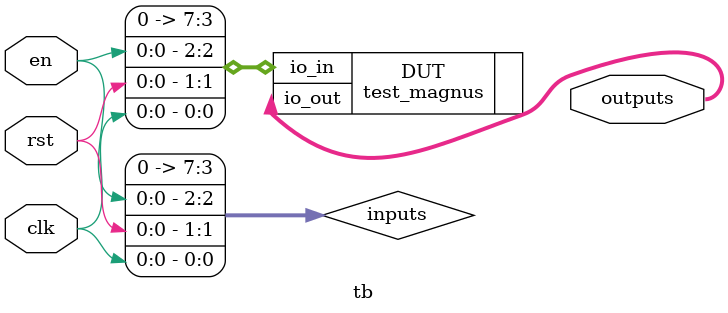
<source format=v>
`default_nettype none
`timescale 1ns/1ps

/*
this testbench just instantiates the module and makes some convenient wires
that can be driven / tested by the cocotb test.py
*/

module tb (
    // testbench is controlled by test.py
    input  wire clk,
    input  wire rst,
    input  wire en,
    output wire  [7:0] outputs
   );

    // this part dumps the trace to a vcd file that can be viewed with GTKWave
    initial begin
        $dumpfile ("tb.vcd");
        $dumpvars (0, tb);
        #1;
    end

    // wire up the inputs and outputs
    wire [7:0] inputs = {5'b0, en, rst, clk};

    // instantiate the DUT
    test_magnus #() DUT (
        .io_in  (inputs),
        .io_out (outputs)
        );

endmodule

</source>
